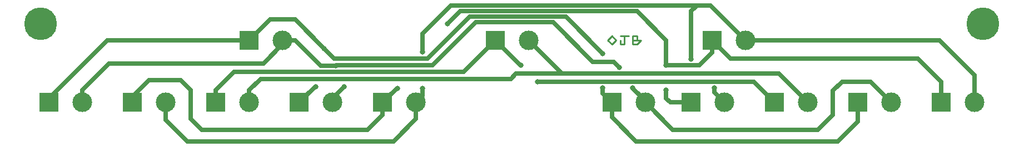
<source format=gtl>
G04 #@! TF.GenerationSoftware,KiCad,Pcbnew,(6.0.7)*
G04 #@! TF.CreationDate,2023-03-12T11:42:06-04:00*
G04 #@! TF.ProjectId,RGW LED board,52475720-4c45-4442-9062-6f6172642e6b,rev?*
G04 #@! TF.SameCoordinates,Original*
G04 #@! TF.FileFunction,Copper,L1,Top*
G04 #@! TF.FilePolarity,Positive*
%FSLAX46Y46*%
G04 Gerber Fmt 4.6, Leading zero omitted, Abs format (unit mm)*
G04 Created by KiCad (PCBNEW (6.0.7)) date 2023-03-12 11:42:06*
%MOMM*%
%LPD*%
G01*
G04 APERTURE LIST*
G04 #@! TA.AperFunction,ComponentPad*
%ADD10R,3.000000X3.000000*%
G04 #@! TD*
G04 #@! TA.AperFunction,ComponentPad*
%ADD11C,3.000000*%
G04 #@! TD*
G04 #@! TA.AperFunction,ViaPad*
%ADD12C,5.000000*%
G04 #@! TD*
G04 #@! TA.AperFunction,ViaPad*
%ADD13C,0.800000*%
G04 #@! TD*
G04 #@! TA.AperFunction,Conductor*
%ADD14C,0.250000*%
G04 #@! TD*
G04 #@! TA.AperFunction,Conductor*
%ADD15C,0.635000*%
G04 #@! TD*
G04 APERTURE END LIST*
D10*
G04 #@! TO.P,J8,1,Pin_1*
G04 #@! TO.N,/G-*
X165100000Y-42545000D03*
D11*
G04 #@! TO.P,J8,2,Pin_2*
G04 #@! TO.N,/G+*
X170180000Y-42545000D03*
G04 #@! TD*
D10*
G04 #@! TO.P,J2,1,Pin_1*
G04 #@! TO.N,/G-*
X203200000Y-42545000D03*
D11*
G04 #@! TO.P,J2,2,Pin_2*
G04 #@! TO.N,/G+*
X208280000Y-42545000D03*
G04 #@! TD*
D10*
G04 #@! TO.P,J13,1,Pin_1*
G04 #@! TO.N,/G-*
X80010000Y-42545000D03*
D11*
G04 #@! TO.P,J13,2,Pin_2*
G04 #@! TO.N,/G+*
X85090000Y-42545000D03*
G04 #@! TD*
D10*
G04 #@! TO.P,J3,1,Pin_1*
G04 #@! TO.N,/R-*
X97790000Y-33020000D03*
D11*
G04 #@! TO.P,J3,2,Pin_2*
G04 #@! TO.N,/R+*
X102870000Y-33020000D03*
G04 #@! TD*
D10*
G04 #@! TO.P,J12,1,Pin_1*
G04 #@! TO.N,/R-*
X190500000Y-42545000D03*
D11*
G04 #@! TO.P,J12,2,Pin_2*
G04 #@! TO.N,/R+*
X195580000Y-42545000D03*
G04 #@! TD*
D10*
G04 #@! TO.P,J7,1,Pin_1*
G04 #@! TO.N,/R-*
X153035000Y-42545000D03*
D11*
G04 #@! TO.P,J7,2,Pin_2*
G04 #@! TO.N,/R+*
X158115000Y-42545000D03*
G04 #@! TD*
D10*
G04 #@! TO.P,J11,1,Pin_1*
G04 #@! TO.N,/W-*
X92710000Y-42545000D03*
D11*
G04 #@! TO.P,J11,2,Pin_2*
G04 #@! TO.N,/W+*
X97790000Y-42545000D03*
G04 #@! TD*
D10*
G04 #@! TO.P,J10,1,Pin_1*
G04 #@! TO.N,/G-*
X118110000Y-42545000D03*
D11*
G04 #@! TO.P,J10,2,Pin_2*
G04 #@! TO.N,/G+*
X123190000Y-42545000D03*
G04 #@! TD*
D10*
G04 #@! TO.P,J6,1,Pin_1*
G04 #@! TO.N,/W-*
X135255000Y-33020000D03*
D11*
G04 #@! TO.P,J6,2,Pin_2*
G04 #@! TO.N,/W+*
X140335000Y-33020000D03*
G04 #@! TD*
D10*
G04 #@! TO.P,J9,1,Pin_1*
G04 #@! TO.N,/R-*
X67310000Y-42545000D03*
D11*
G04 #@! TO.P,J9,2,Pin_2*
G04 #@! TO.N,/R+*
X72390000Y-42545000D03*
G04 #@! TD*
D10*
G04 #@! TO.P,J4,1,Pin_1*
G04 #@! TO.N,/W-*
X177800000Y-42545000D03*
D11*
G04 #@! TO.P,J4,2,Pin_2*
G04 #@! TO.N,/W+*
X182880000Y-42545000D03*
G04 #@! TD*
D10*
G04 #@! TO.P,J5,1,Pin_1*
G04 #@! TO.N,/G-*
X168275000Y-33020000D03*
D11*
G04 #@! TO.P,J5,2,Pin_2*
G04 #@! TO.N,/G+*
X173355000Y-33020000D03*
G04 #@! TD*
D10*
G04 #@! TO.P,J1,1,Pin_1*
G04 #@! TO.N,/R-*
X105410000Y-42545000D03*
D11*
G04 #@! TO.P,J1,2,Pin_2*
G04 #@! TO.N,/R+*
X110490000Y-42545000D03*
G04 #@! TD*
D12*
G04 #@! TO.N,*
X66040000Y-30480000D03*
X209550000Y-30480000D03*
D13*
G04 #@! TO.N,/R-*
X151638000Y-40287000D03*
X109220000Y-34290000D03*
X107950000Y-40132000D03*
X151638000Y-35052000D03*
G04 #@! TO.N,/R+*
X110998000Y-36929000D03*
X156210000Y-40287000D03*
X112268000Y-40132000D03*
X154178000Y-37183000D03*
G04 #@! TO.N,/G-*
X161290000Y-36830000D03*
X161290000Y-40640000D03*
X128016000Y-30480000D03*
X120396000Y-40386000D03*
G04 #@! TO.N,/G+*
X124206000Y-40386000D03*
X124206000Y-34798000D03*
X165100000Y-35913000D03*
X168656000Y-40287000D03*
G04 #@! TO.N,/W-*
X139192000Y-36830000D03*
X141732000Y-39370000D03*
G04 #@! TD*
D14*
G04 #@! TO.N,*
X154940000Y-32385000D02*
X154940000Y-33655000D01*
X157480000Y-33020000D02*
X156210000Y-33020000D01*
X154305000Y-32385000D02*
X154940000Y-32385000D01*
X156210000Y-33655000D02*
X156845000Y-33655000D01*
X154940000Y-32385000D02*
X155575000Y-32385000D01*
X153035000Y-33655000D02*
X152400000Y-33020000D01*
X153670000Y-33020000D02*
X153035000Y-33655000D01*
X156845000Y-32385000D02*
X156845000Y-33020000D01*
X156210000Y-32385000D02*
X156210000Y-33655000D01*
X156845000Y-33655000D02*
X157480000Y-33020000D01*
X152400000Y-33020000D02*
X153035000Y-32385000D01*
X154305000Y-33655000D02*
X154305000Y-33020000D01*
X153035000Y-32385000D02*
X153670000Y-33020000D01*
X156210000Y-32385000D02*
X156845000Y-32385000D01*
X154940000Y-33655000D02*
X154305000Y-33655000D01*
D15*
G04 #@! TO.N,/R-*
X109220000Y-34290000D02*
X110744000Y-35814000D01*
X151638000Y-40287000D02*
X151638000Y-41148000D01*
X97790000Y-33020000D02*
X76200000Y-33020000D01*
X153035000Y-42545000D02*
X153035000Y-44831000D01*
X187452000Y-48514000D02*
X190500000Y-45466000D01*
X151638000Y-41148000D02*
X153035000Y-42545000D01*
X153035000Y-44831000D02*
X156718000Y-48514000D01*
X145996000Y-29410000D02*
X151638000Y-35052000D01*
X131372000Y-29410000D02*
X145996000Y-29410000D01*
X110744000Y-35814000D02*
X124968000Y-35814000D01*
X190500000Y-45466000D02*
X190500000Y-42545000D01*
X156718000Y-48514000D02*
X187452000Y-48514000D01*
X76200000Y-33020000D02*
X67310000Y-41910000D01*
X107823000Y-40132000D02*
X105410000Y-42545000D01*
X107950000Y-40132000D02*
X107823000Y-40132000D01*
X67310000Y-41910000D02*
X67310000Y-42545000D01*
X100965000Y-29845000D02*
X97790000Y-33020000D01*
X109220000Y-34290000D02*
X104775000Y-29845000D01*
X104775000Y-29845000D02*
X100965000Y-29845000D01*
X124968000Y-35814000D02*
X131372000Y-29410000D01*
G04 #@! TO.N,/R+*
X110998000Y-36929000D02*
X108684000Y-36929000D01*
X102870000Y-33020000D02*
X102870000Y-33655000D01*
X102870000Y-33655000D02*
X99949000Y-36576000D01*
X104775000Y-33020000D02*
X102870000Y-33020000D01*
X156210000Y-40287000D02*
X156210000Y-40386000D01*
X150114000Y-36322000D02*
X153317000Y-36322000D01*
X76454000Y-36576000D02*
X72390000Y-40640000D01*
X144037000Y-30245000D02*
X150114000Y-36322000D01*
X112268000Y-40132000D02*
X110490000Y-41910000D01*
X186690000Y-44450000D02*
X186690000Y-40767000D01*
X110998000Y-36929000D02*
X111097000Y-36830000D01*
X132315000Y-30245000D02*
X144037000Y-30245000D01*
X125730000Y-36830000D02*
X132315000Y-30245000D01*
X110490000Y-41910000D02*
X110490000Y-42545000D01*
X108684000Y-36929000D02*
X104775000Y-33020000D01*
X153317000Y-36322000D02*
X154178000Y-37183000D01*
X158115000Y-42291000D02*
X158115000Y-42545000D01*
X184404000Y-46736000D02*
X186690000Y-44450000D01*
X72390000Y-40640000D02*
X72390000Y-42545000D01*
X156210000Y-40386000D02*
X158115000Y-42291000D01*
X162306000Y-46736000D02*
X184404000Y-46736000D01*
X192405000Y-39370000D02*
X195580000Y-42545000D01*
X111097000Y-36830000D02*
X125730000Y-36830000D01*
X99949000Y-36576000D02*
X76454000Y-36576000D01*
X186690000Y-40767000D02*
X188087000Y-39370000D01*
X158115000Y-42545000D02*
X162306000Y-46736000D01*
X188087000Y-39370000D02*
X192405000Y-39370000D01*
G04 #@! TO.N,/G-*
X120269000Y-40386000D02*
X118110000Y-42545000D01*
X87376000Y-39116000D02*
X82550000Y-39116000D01*
X90551000Y-46736000D02*
X88900000Y-45085000D01*
X171069000Y-35814000D02*
X199644000Y-35814000D01*
X161925000Y-42545000D02*
X165100000Y-42545000D01*
X161290000Y-36830000D02*
X166370000Y-36830000D01*
X88900000Y-45085000D02*
X88900000Y-40640000D01*
X161290000Y-40640000D02*
X161290000Y-41910000D01*
X199644000Y-35814000D02*
X203200000Y-39370000D01*
X203200000Y-39370000D02*
X203200000Y-42545000D01*
X88900000Y-40640000D02*
X87376000Y-39116000D01*
X82550000Y-39116000D02*
X80010000Y-41656000D01*
X161290000Y-33020000D02*
X161290000Y-36830000D01*
X168275000Y-33020000D02*
X171069000Y-35814000D01*
X129921000Y-28575000D02*
X156845000Y-28575000D01*
X128016000Y-30480000D02*
X129921000Y-28575000D01*
X115824000Y-46736000D02*
X90551000Y-46736000D01*
X80010000Y-41656000D02*
X80010000Y-42545000D01*
X118110000Y-44450000D02*
X115824000Y-46736000D01*
X166370000Y-36830000D02*
X168275000Y-34925000D01*
X120396000Y-40386000D02*
X120269000Y-40386000D01*
X118110000Y-42545000D02*
X118110000Y-44450000D01*
X168275000Y-34925000D02*
X168275000Y-33020000D01*
X161290000Y-41910000D02*
X161925000Y-42545000D01*
X156845000Y-28575000D02*
X161290000Y-33020000D01*
G04 #@! TO.N,/G+*
X119761000Y-48514000D02*
X88392000Y-48514000D01*
X165100000Y-28575000D02*
X165989000Y-27686000D01*
X88392000Y-48514000D02*
X85090000Y-45212000D01*
X85090000Y-45212000D02*
X85090000Y-42545000D01*
X173355000Y-33020000D02*
X202946000Y-33020000D01*
X202946000Y-33020000D02*
X208280000Y-38354000D01*
X208280000Y-38354000D02*
X208280000Y-42545000D01*
X123190000Y-45085000D02*
X119761000Y-48514000D01*
X124206000Y-34798000D02*
X124206000Y-32004000D01*
X165989000Y-27686000D02*
X166751000Y-27686000D01*
X168656000Y-40287000D02*
X168656000Y-41021000D01*
X168021000Y-27686000D02*
X173355000Y-33020000D01*
X124206000Y-40386000D02*
X124206000Y-41529000D01*
X123190000Y-42545000D02*
X123190000Y-45085000D01*
X124206000Y-41529000D02*
X123190000Y-42545000D01*
X166751000Y-27686000D02*
X168021000Y-27686000D01*
X128524000Y-27686000D02*
X166751000Y-27686000D01*
X165100000Y-35913000D02*
X165100000Y-28575000D01*
X168656000Y-41021000D02*
X170180000Y-42545000D01*
X124206000Y-32004000D02*
X128524000Y-27686000D01*
G04 #@! TO.N,/W-*
X139192000Y-36830000D02*
X139065000Y-36830000D01*
X141732000Y-39370000D02*
X174625000Y-39370000D01*
X130429000Y-37846000D02*
X95504000Y-37846000D01*
X92710000Y-40640000D02*
X92710000Y-42545000D01*
X174625000Y-39370000D02*
X177800000Y-42545000D01*
X139065000Y-36830000D02*
X135255000Y-33020000D01*
X135255000Y-33020000D02*
X130429000Y-37846000D01*
X95504000Y-37846000D02*
X92710000Y-40640000D01*
G04 #@! TO.N,/W+*
X145415000Y-38100000D02*
X140335000Y-33020000D01*
X138430000Y-38100000D02*
X144780000Y-38100000D01*
X144780000Y-38100000D02*
X145415000Y-38100000D01*
X99495000Y-38935000D02*
X137595000Y-38935000D01*
X97790000Y-40640000D02*
X99495000Y-38935000D01*
X144780000Y-38100000D02*
X178435000Y-38100000D01*
X138430000Y-38100000D02*
X137595000Y-38935000D01*
X178435000Y-38100000D02*
X182880000Y-42545000D01*
X97790000Y-42545000D02*
X97790000Y-40640000D01*
G04 #@! TD*
M02*

</source>
